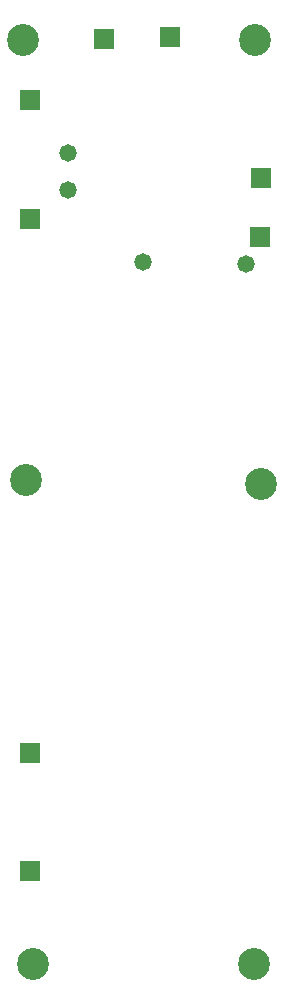
<source format=gbr>
%TF.GenerationSoftware,Altium Limited,Altium Designer,20.0.13 (296)*%
G04 Layer_Color=16711935*
%FSLAX45Y45*%
%MOMM*%
%TF.FileFunction,Soldermask,Bot*%
%TF.Part,Single*%
G01*
G75*
%TA.AperFunction,ComponentPad*%
%ADD20R,1.70320X1.70320*%
%ADD21R,1.70320X1.70320*%
%TA.AperFunction,ViaPad*%
%ADD22C,2.70320*%
%ADD23C,1.47320*%
D20*
X14833600Y12458700D02*
D03*
X14274800Y12446000D02*
D03*
X15608299Y11264900D02*
D03*
X15595599Y10769600D02*
D03*
D21*
X13652499Y10922000D02*
D03*
Y5400878D02*
D03*
Y11925300D02*
D03*
Y6400876D02*
D03*
D22*
X15557500Y12433300D02*
D03*
X15544800Y4610100D02*
D03*
X13677901D02*
D03*
X13589000Y12433300D02*
D03*
X13614400Y8705200D02*
D03*
X15608299Y8674100D02*
D03*
D23*
X15481300Y10541000D02*
D03*
X14605000Y10553700D02*
D03*
X13970000Y11480800D02*
D03*
Y11163300D02*
D03*
%TF.MD5,4b97795d60503765a7f61c18e5b11973*%
M02*

</source>
